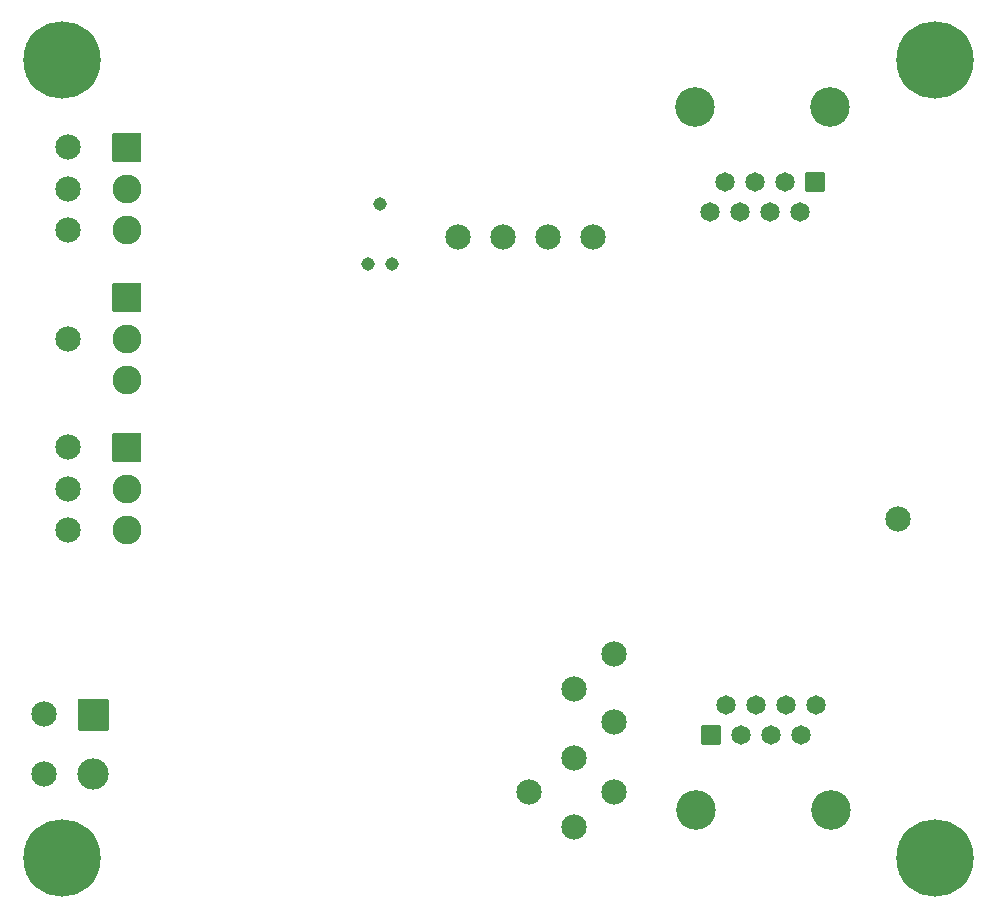
<source format=gbs>
G04 #@! TF.GenerationSoftware,KiCad,Pcbnew,6.0.10-86aedd382b~118~ubuntu18.04.1*
G04 #@! TF.CreationDate,2024-08-26T14:02:28-06:00*
G04 #@! TF.ProjectId,mss-cascade-basic,6d73732d-6361-4736-9361-64652d626173,rev?*
G04 #@! TF.SameCoordinates,Original*
G04 #@! TF.FileFunction,Soldermask,Bot*
G04 #@! TF.FilePolarity,Negative*
%FSLAX46Y46*%
G04 Gerber Fmt 4.6, Leading zero omitted, Abs format (unit mm)*
G04 Created by KiCad (PCBNEW 6.0.10-86aedd382b~118~ubuntu18.04.1) date 2024-08-26 14:02:28*
%MOMM*%
%LPD*%
G01*
G04 APERTURE LIST*
%ADD10C,6.552400*%
%ADD11C,2.652400*%
%ADD12C,2.452400*%
%ADD13C,3.352400*%
%ADD14C,1.652400*%
%ADD15C,1.143000*%
%ADD16C,2.152400*%
G04 APERTURE END LIST*
D10*
X103632000Y-187452000D03*
X103632000Y-119888000D03*
G36*
G01*
X31089000Y-173973800D02*
X33589000Y-173973800D01*
G75*
G02*
X33665200Y-174050000I0J-76200D01*
G01*
X33665200Y-176550000D01*
G75*
G02*
X33589000Y-176626200I-76200J0D01*
G01*
X31089000Y-176626200D01*
G75*
G02*
X31012800Y-176550000I0J76200D01*
G01*
X31012800Y-174050000D01*
G75*
G02*
X31089000Y-173973800I76200J0D01*
G01*
G37*
D11*
X32339000Y-180300000D03*
G36*
G01*
X34029000Y-126027800D02*
X36329000Y-126027800D01*
G75*
G02*
X36405200Y-126104000I0J-76200D01*
G01*
X36405200Y-128404000D01*
G75*
G02*
X36329000Y-128480200I-76200J0D01*
G01*
X34029000Y-128480200D01*
G75*
G02*
X33952800Y-128404000I0J76200D01*
G01*
X33952800Y-126104000D01*
G75*
G02*
X34029000Y-126027800I76200J0D01*
G01*
G37*
D12*
X35179000Y-130754000D03*
X35179000Y-134254000D03*
G36*
G01*
X34029000Y-151427800D02*
X36329000Y-151427800D01*
G75*
G02*
X36405200Y-151504000I0J-76200D01*
G01*
X36405200Y-153804000D01*
G75*
G02*
X36329000Y-153880200I-76200J0D01*
G01*
X34029000Y-153880200D01*
G75*
G02*
X33952800Y-153804000I0J76200D01*
G01*
X33952800Y-151504000D01*
G75*
G02*
X34029000Y-151427800I76200J0D01*
G01*
G37*
X35179000Y-156154000D03*
X35179000Y-159654000D03*
G36*
G01*
X34029000Y-138727800D02*
X36329000Y-138727800D01*
G75*
G02*
X36405200Y-138804000I0J-76200D01*
G01*
X36405200Y-141104000D01*
G75*
G02*
X36329000Y-141180200I-76200J0D01*
G01*
X34029000Y-141180200D01*
G75*
G02*
X33952800Y-141104000I0J76200D01*
G01*
X33952800Y-138804000D01*
G75*
G02*
X34029000Y-138727800I76200J0D01*
G01*
G37*
X35179000Y-143454000D03*
X35179000Y-146954000D03*
D13*
X94706500Y-123845000D03*
X83276500Y-123845000D03*
G36*
G01*
X94262700Y-129445000D02*
X94262700Y-130945000D01*
G75*
G02*
X94186500Y-131021200I-76200J0D01*
G01*
X92686500Y-131021200D01*
G75*
G02*
X92610300Y-130945000I0J76200D01*
G01*
X92610300Y-129445000D01*
G75*
G02*
X92686500Y-129368800I76200J0D01*
G01*
X94186500Y-129368800D01*
G75*
G02*
X94262700Y-129445000I0J-76200D01*
G01*
G37*
D14*
X92166500Y-132735000D03*
X90896500Y-130195000D03*
X89626500Y-132735000D03*
X88356500Y-130195000D03*
X87086500Y-132735000D03*
X85816500Y-130195000D03*
X84546500Y-132735000D03*
D10*
X29718000Y-187452000D03*
X29718000Y-119888000D03*
D13*
X83347500Y-183368000D03*
X94777500Y-183368000D03*
G36*
G01*
X83791300Y-177768000D02*
X83791300Y-176268000D01*
G75*
G02*
X83867500Y-176191800I76200J0D01*
G01*
X85367500Y-176191800D01*
G75*
G02*
X85443700Y-176268000I0J-76200D01*
G01*
X85443700Y-177768000D01*
G75*
G02*
X85367500Y-177844200I-76200J0D01*
G01*
X83867500Y-177844200D01*
G75*
G02*
X83791300Y-177768000I0J76200D01*
G01*
G37*
D14*
X85887500Y-174478000D03*
X87157500Y-177018000D03*
X88427500Y-174478000D03*
X89697500Y-177018000D03*
X90967500Y-174478000D03*
X92237500Y-177018000D03*
X93507500Y-174478000D03*
D15*
X56642000Y-132080000D03*
X57658000Y-137160000D03*
X55626000Y-137160000D03*
D16*
X73025000Y-184785000D03*
X30226000Y-127254000D03*
X76454000Y-175895000D03*
X30226000Y-156210000D03*
X30226000Y-130810000D03*
X73025000Y-178943000D03*
X73025000Y-173101000D03*
X69215000Y-181864000D03*
X76454000Y-181864000D03*
X30226000Y-159639000D03*
X67056000Y-134874000D03*
X30226000Y-143510000D03*
X74676000Y-134874000D03*
X28194000Y-175260000D03*
X28194000Y-180340000D03*
X63246000Y-134874000D03*
X30226000Y-152654000D03*
X70866000Y-134874000D03*
X76454000Y-170180000D03*
X100457000Y-158750000D03*
X30226000Y-134239000D03*
M02*

</source>
